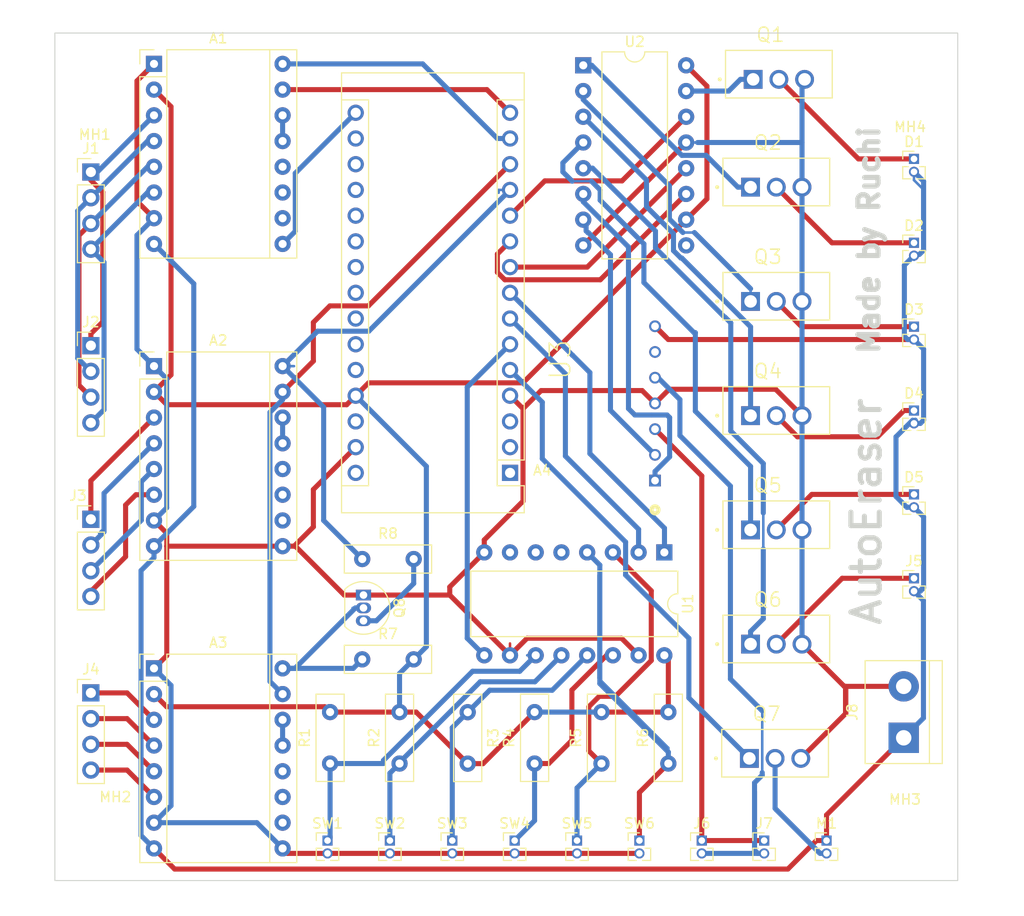
<source format=kicad_pcb>
(kicad_pcb (version 20211014) (generator pcbnew)
  (layers (0 "F.Cu" signal) (31 "B.Cu" signal) (34 "B.Paste" user) (35 "F.Paste" user) (36 "B.SilkS" user "B.Silkscreen") (37 "F.SilkS" user "F.Silkscreen") (38 "B.Mask" user) (39 "F.Mask" user) (44 "Edge.Cuts" user))
  (net 0 "")
  (net 1 "+24V")
  (net 2 "GND")
  (net 3 "VCC")
  (net 4 "Net-(A4-Pad8)")
  (net 5 "Net-(A4-Pad7)")
  (net 6 "Net-(A4-Pad6)")
  (net 7 "Net-(J5-Pad1)")
  (net 8 "Net-(A1-Pad3)")
  (net 9 "Net-(A1-Pad4)")
  (net 10 "Net-(A1-Pad5)")
  (net 11 "Net-(A1-Pad6)")
  (net 12 "Net-(A2-Pad3)")
  (net 13 "Net-(A2-Pad4)")
  (net 14 "Net-(A2-Pad5)")
  (net 15 "Net-(A2-Pad6)")
  (net 16 "Net-(A3-Pad13)")
  (net 17 "Net-(D1-Pad1)")
  (net 18 "Net-(D5-Pad1)")
  (net 19 "Net-(U2-Pad6)")
  (net 20 "Net-(U2-Pad7)")
  (net 22 "D5")
  (net 23 "D4")
  (net 24 "D3")
  (net 25 "D2")
  (net 26 "D1")
  (net 27 "D0")
  (net 28 "Net-(J5-Pad2)")
  (net 29 "Net-(A3-Pad16)")
  (net 30 "Net-(Q2-Pad1)")
  (net 31 "Net-(Q3-Pad1)")
  (net 32 "Net-(Q4-Pad1)")
  (net 33 "Net-(A2-Pad16)")
  (net 35 "Net-(Q8-Pad3)")
  (net 36 "Net-(Q5-Pad1)")
  (net 37 "Net-(Q6-Pad1)")
  (net 38 "Net-(Q1-Pad1)")
  (net 45 "Net-(A1-Pad13)")
  (net 46 "Net-(A4-Pad10)")
  (net 47 "Net-(A4-Pad9)")
  (net 48 "Net-(A3-Pad3)")
  (net 49 "Net-(A3-Pad4)")
  (net 50 "Net-(A3-Pad5)")
  (net 51 "Net-(A3-Pad6)")
  (net 55 "Net-(A4-Pad11)")
  (net 59 "Net-(A2-Pad13)")
  (net 63 "Net-(A4-Pad5)")
  (net 76 "Net-(D4-Pad1)")
  (net 77 "Net-(D3-Pad1)")
  (net 78 "Net-(D2-Pad1)")
  (net 79 "Net-(M1-Pad2)")
  (net 80 "Net-(A1-Pad9)")
  (net 81 "Net-(A1-Pad15)")
  (net 82 "Net-(A1-Pad16)")
  (net 83 "Net-(A2-Pad15)")
  (net 84 "Net-(J4-Pad1)")
  (footprint "2sk2232:TO254P1054X470X1955-3" (layer "F.Cu") (at 220.9735 37.8265)
    (fp_text reference "Q2")
    (fp_text value "Q_NMOS_GDS")
  )
  (footprint "Module:Pololu_Breakout-16_15.2x20.3mm" (layer "F.Cu") (at 159.522 55.499)
    (fp_text reference "A2")
    (fp_text value "Pololu_Breakout_A4988")
  )
  (footprint "MountingHole:MountingHole_3.2mm_M3" (layer "F.Cu") (at 153.797 26.924)
    (fp_text reference "MH1")
    (fp_text value "MountingHole_3.2mm_M3")
  )
  (footprint "Package_TO_SOT_THT:TO-92_Inline" (layer "F.Cu") (at 180.208 78.105 -90)
    (fp_text reference "Q8")
    (fp_text value "Q_NPN_ECB")
  )
  (footprint "Resistor_THT:R_Box_L8.4mm_W2.5mm_P5.08mm" (layer "F.Cu") (at 180.086 84.455)
    (fp_text reference "R7")
    (fp_text value "R")
  )
  (footprint "Resistor_THT:R_Box_L8.4mm_W2.5mm_P5.08mm" (layer "F.Cu") (at 190.5 89.672 -90)
    (fp_text reference "R3")
    (fp_text value "z")
  )
  (footprint "Connector_PinHeader_1.27mm:PinHeader_1x02_P1.27mm_Vertical" (layer "F.Cu") (at 234.569 35.037)
    (fp_text reference "D1")
    (fp_text value "LED")
  )
  (footprint "Resistor_THT:R_Box_L8.4mm_W2.5mm_P5.08mm" (layer "F.Cu") (at 180.086 74.549)
    (fp_text reference "R8")
    (fp_text value "R")
  )
  (footprint "Connector_PinHeader_1.27mm:PinHeader_1x02_P1.27mm_Vertical" (layer "F.Cu") (at 201.295 102.347)
    (fp_text reference "SW5")
    (fp_text value "SW_Push")
  )
  (footprint "Connector_PinHeader_1.27mm:PinHeader_1x02_P1.27mm_Vertical" (layer "F.Cu") (at 176.657 102.347)
    (fp_text reference "SW1")
    (fp_text value "SW_Push")
  )
  (footprint "Connector_PinHeader_2.54mm:PinHeader_1x04_P2.54mm_Vertical" (layer "F.Cu") (at 153.289 53.477)
    (fp_text reference "J2")
    (fp_text value "Conn_01x04")
  )
  (footprint "Resistor_THT:R_Box_L8.4mm_W2.5mm_P5.08mm" (layer "F.Cu") (at 176.911 94.742 90)
    (fp_text reference "R1")
    (fp_text value "z")
  )
  (footprint "Resistor_THT:R_Box_L8.4mm_W2.5mm_P5.08mm" (layer "F.Cu") (at 203.708 94.742 90)
    (fp_text reference "R5")
    (fp_text value "z")
  )
  (footprint "Package_DIP:DIP-16_W10.16mm" (layer "F.Cu") (at 209.916 73.894 -90)
    (fp_text reference "U1")
    (fp_text value "74HC165")
  )
  (footprint "2sk2232:TO254P1054X470X1955-3" (layer "F.Cu") (at 221.2275 27.18)
    (fp_text reference "Q1")
    (fp_text value "Q_NMOS_GDS")
  )
  (footprint "MountingHole:MountingHole_3.2mm_M3" (layer "F.Cu") (at 154.178 102.489)
    (fp_text reference "MH2")
    (fp_text value "MountingHole_3.2mm_M3")
  )
  (footprint "2sk2232:TO254P1054X470X1955-3" (layer "F.Cu") (at 220.9735 49.108)
    (fp_text reference "Q3")
    (fp_text value "Q_NMOS_GDS")
  )
  (footprint "Package_DIP:DIP-16_W10.16mm" (layer "F.Cu") (at 201.91 25.796)
    (fp_text reference "U2")
    (fp_text value "74HC595")
  )
  (footprint "Module:Pololu_Breakout-16_15.2x20.3mm" (layer "F.Cu") (at 159.522 25.654)
    (fp_text reference "A1")
    (fp_text value "Pololu_Breakout_A4988")
  )
  (footprint "Connector_PinHeader_1.27mm:PinHeader_1x02_P1.27mm_Vertical" (layer "F.Cu") (at 182.8165 102.347)
    (fp_text reference "SW2")
    (fp_text value "SW_Push")
  )
  (footprint "MountingHole:MountingHole_3.2mm_M3" (layer "F.Cu") (at 234.188 26.924)
    (fp_text reference "MH4")
    (fp_text value "MountingHole_3.2mm_M3")
  )
  (footprint "Connector_PinHeader_1.27mm:PinHeader_1x02_P1.27mm_Vertical" (layer "F.Cu") (at 234.569 76.449)
    (fp_text reference "J5")
    (fp_text value "Pump")
  )
  (footprint "Connector_PinHeader_1.27mm:PinHeader_1x02_P1.27mm_Vertical" (layer "F.Cu") (at 234.569 59.8842)
    (fp_text reference "D4")
    (fp_text value "LED")
  )
  (footprint "2sk2232:TO254P1054X470X1955-3" (layer "F.Cu") (at 220.9735 60.3895)
    (fp_text reference "Q4")
    (fp_text value "Q_NMOS_GDS")
  )
  (footprint "2sk2232:TO254P1054X470X1955-3" (layer "F.Cu") (at 220.9735 71.671)
    (fp_text reference "Q5")
    (fp_text value "Q_NMOS_GDS")
  )
  (footprint "Resistor_THT:R_Box_L8.4mm_W2.5mm_P5.08mm" (layer "F.Cu") (at 183.769 94.742 90)
    (fp_text reference "R2")
    (fp_text value "z")
  )
  (footprint "Connector_PinHeader_1.27mm:PinHeader_1x02_P1.27mm_Vertical" (layer "F.Cu") (at 234.569 68.1666)
    (fp_text reference "D5")
    (fp_text value "LED")
  )
  (footprint "Connector_PinHeader_2.54mm:PinHeader_1x04_P2.54mm_Vertical" (layer "F.Cu") (at 153.289 70.622)
    (fp_text reference "J3")
    (fp_text value "Conn_01x04")
  )
  (footprint "Connector_PinHeader_1.27mm:PinHeader_1x02_P1.27mm_Vertical" (layer "F.Cu") (at 219.7735 102.347)
    (fp_text reference "J7")
    (fp_text value "Actuator")
  )
  (footprint "Module:Pololu_Breakout-16_15.2x20.3mm" (layer "F.Cu") (at 159.522 85.344)
    (fp_text reference "A3")
    (fp_text value "Pololu_Breakout_A4988")
  )
  (footprint "2sk2232:TO254P1054X470X1955-3" (layer "F.Cu") (at 220.9735 82.9525)
    (fp_text reference "Q6")
    (fp_text value "Q_NMOS_GDS")
  )
  (footprint "TerminalBlock:TerminalBlock_bornier-2_P5.08mm" (layer "F.Cu") (at 233.553 92.202 90)
    (fp_text reference "J8")
    (fp_text value "Screw_Terminal_01x02")
  )
  (footprint "TB6643KQ:SIP1005W50P254L1965H1265Q7" (layer "F.Cu") (at 206.502 59.182 90)
    (fp_text reference "U3")
    (fp_text value "TB6643KQ")
  )
  (footprint "MountingHole:MountingHole_3.2mm_M3" (layer "F.Cu") (at 233.68 102.489)
    (fp_text reference "MH3")
    (fp_text value "MountingHole_3.2mm_M3")
  )
  (footprint "Connector_PinHeader_1.27mm:PinHeader_1x02_P1.27mm_Vertical" (layer "F.Cu") (at 213.614 102.347)
    (fp_text reference "J6")
    (fp_text value "Actuator")
  )
  (footprint "Resistor_THT:R_Box_L8.4mm_W2.5mm_P5.08mm" (layer "F.Cu") (at 197.104 94.742 90)
    (fp_text reference "R4")
    (fp_text value "z")
  )
  (footprint "Connector_PinHeader_1.27mm:PinHeader_1x02_P1.27mm_Vertical" (layer "F.Cu") (at 188.976 102.347)
    (fp_text reference "SW3")
    (fp_text value "SW_Push")
  )
  (footprint "Connector_PinHeader_1.27mm:PinHeader_1x02_P1.27mm_Vertical" (layer "F.Cu") (at 195.1355 102.347)
    (fp_text reference "SW4")
    (fp_text value "SW_Push")
  )
  (footprint "Module:Arduino_Nano" (layer "F.Cu") (at 194.681 66.04 180)
    (fp_text reference "A4")
    (fp_text value "Arduino_Nano_v2.x")
  )
  (footprint "Connector_PinHeader_2.54mm:PinHeader_1x04_P2.54mm_Vertical" (layer "F.Cu") (at 153.289 87.767)
    (fp_text reference "J4")
    (fp_text value "Conn_01x04")
  )
  (footprint "Connector_PinHeader_1.27mm:PinHeader_1x02_P1.27mm_Vertical" (layer "F.Cu") (at 225.933 102.347)
    (fp_text reference "M1")
    (fp_text value "Fan")
  )
  (footprint "Connector_PinHeader_2.54mm:PinHeader_1x04_P2.54mm_Vertical" (layer "F.Cu") (at 153.289 36.332)
    (fp_text reference "J1")
    (fp_text value "Conn_01x04")
  )
  (footprint "Connector_PinHeader_1.27mm:PinHeader_1x02_P1.27mm_Vertical" (layer "F.Cu") (at 234.569 43.3194)
    (fp_text reference "D2")
    (fp_text value "LED")
  )
  (footprint "Resistor_THT:R_Box_L8.4mm_W2.5mm_P5.08mm" (layer "F.Cu") (at 210.312 94.742 90)
    (fp_text reference "R6")
    (fp_text value "z")
  )
  (footprint "2sk2232:TO254P1054X470X1955-3" (layer "F.Cu") (at 220.853 94.234)
    (fp_text reference "Q7")
    (fp_text value "Q_NMOS_GDS")
  )
  (footprint "Connector_PinHeader_1.27mm:PinHeader_1x02_P1.27mm_Vertical" (layer "F.Cu") (at 234.569 51.6018)
    (fp_text reference "D3")
    (fp_text value "LED")
  )
  (footprint "Connector_PinHeader_1.27mm:PinHeader_1x02_P1.27mm_Vertical" (layer "F.Cu") (at 207.4545 102.347)
    (fp_text reference "SW6")
    (fp_text value "SW_Push")
  )
  (gr_rect (start 238.887 106.299) (end 149.733 22.606) (layer "Edge.Cuts") (width 0.1) (fill none))
  (gr_text "AutoEraser" (at 229.87 69.85 90) (layer "Edge.Cuts") (effects (font (size 2.8 2.8) (thickness 0.5))))
  (gr_text "Made by Ruchi" (at 230.124 43.053 90) (layer "Edge.Cuts") (effects (font (size 2 2) (thickness 0.5))))
  (segment (start 210.3068 52.8718) (end 209.4005 51.9655) (width 0.5) (layer "F.Cu") (net 1))
  (segment (start 209.4005 51.9655) (end 210.099 52.664) (width 0.5) (layer "F.Cu") (net 1))
  (segment (start 224.932 102.347) (end 225.933 102.347) (width 0.5) (layer "F.Cu") (net 1))
  (segment (start 225.933 102.347) (end 225.933 99.822) (width 0.5) (layer "F.Cu") (net 1))
  (segment (start 161.560022 105.162022) (end 159.522 103.124) (width 0.5) (layer "F.Cu") (net 1))
  (segment (start 225.933 99.822) (end 233.553 92.202) (width 0.5) (layer "F.Cu") (net 1))
  (segment (start 222.116978 105.162022) (end 224.932 102.347) (width 0.5) (layer "F.Cu") (net 1))
  (segment (start 210.099 52.664) (end 210.3068 52.8718) (width 0.25) (layer "F.Cu") (net 1))
  (segment (start 208.997 51.562) (end 209.4005 51.9655) (width 0.5) (layer "F.Cu") (net 1))
  (segment (start 222.116978 105.162022) (end 161.560022 105.162022) (width 0.5) (layer "F.Cu") (net 1))
  (segment (start 234.569 52.8718) (end 210.3068 52.8718) (width 0.5) (layer "F.Cu") (net 1))
  (segment (start 159.522 73.279) (end 163.449 69.352) (width 0.5) (layer "B.Cu") (net 1))
  (segment (start 234.569 77.719) (end 235.199 77.719) (width 0.5) (layer "B.Cu") (net 1))
  (segment (start 235.519 37.257) (end 235.519 44.052) (width 0.5) (layer "B.Cu") (net 1))
  (segment (start 158.3967 75.5296) (end 159.522 74.4043) (width 0.25) (layer "B.Cu") (net 1))
  (segment (start 233.619 45.5394) (end 233.619 52.5518) (width 0.5) (layer "B.Cu") (net 1))
  (segment (start 235.3943 37.9576) (end 234.569 37.1323) (width 0.25) (layer "B.Cu") (net 1))
  (segment (start 234.569 77.719) (end 234.569 78.0998) (width 0.25) (layer "B.Cu") (net 1))
  (segment (start 235.519 44.052) (end 235.099 44.472) (width 0.5) (layer "B.Cu") (net 1))
  (segment (start 235.503 90.252) (end 233.553 92.202) (width 0.5) (layer "B.Cu") (net 1))
  (segment (start 234.569 44.5894) (end 234.569 45.002) (width 0.25) (layer "B.Cu") (net 1))
  (segment (start 234.569 77.719) (end 235.503 78.653) (width 0.5) (layer "B.Cu") (net 1))
  (segment (start 234.569 36.307) (end 234.569 37.1323) (width 0.25) (layer "B.Cu") (net 1))
  (segment (start 235.519 60.8342) (end 235.519 53.8218) (width 0.5) (layer "B.Cu") (net 1))
  (segment (start 234.569 61.1542) (end 235.199 61.1542) (width 0.5) (layer "B.Cu") (net 1))
  (segment (start 234.569 69.4366) (end 233.861894 69.4366) (width 0.5) (layer "B.Cu") (net 1))
  (segment (start 233.619 52.5518) (end 233.939 52.8718) (width 0.5) (layer "B.Cu") (net 1))
  (segment (start 235.519 70.3866) (end 234.569 69.4366) (width 0.5) (layer "B.Cu") (net 1))
  (segment (start 159.522 74.41037) (end 158.242 75.69037) (width 0.5) (layer "B.Cu") (net 1))
  (segment (start 234.569 45.002) (end 235.3943 44.1767) (width 0.25) (layer "B.Cu") (net 1))
  (segment (start 235.199 61.1542) (end 235.519 60.8342) (width 0.5) (layer "B.Cu") (net 1))
  (segment (start 232.791 62.484) (end 234.4408 60.8342) (width 0.5) (layer "B.Cu") (net 1))
  (segment (start 234.569 36.307) (end 235.519 37.257) (width 0.5) (layer "B.Cu") (net 1))
  (segment (start 235.199 77.719) (end 235.519 77.399) (width 0.5) (layer "B.Cu") (net 1))
  (segment (start 159.522 73.279) (end 159.522 74.41037) (width 0.5) (layer "B.Cu") (net 1))
  (segment (start 158.242 101.844) (end 159.522 103.124) (width 0.5) (layer "B.Cu") (net 1))
  (segment (start 235.503 78.653) (end 235.503 90.252) (width 0.5) (layer "B.Cu") (net 1))
  (segment (start 163.449 47.361) (end 159.522 43.434) (width 0.5) (layer "B.Cu") (net 1))
  (segment (start 233.939 52.8718) (end 234.569 52.8718) (width 0.5) (layer "B.Cu") (net 1))
  (segment (start 235.3943 44.1767) (end 235.3943 37.9576) (width 0.25) (layer "B.Cu") (net 1))
  (segment (start 235.519 77.399) (end 235.519 70.3866) (width 0.5) (layer "B.Cu") (net 1))
  (segment (start 235.519 53.8218) (end 234.569 52.8718) (width 0.5) (layer "B.Cu") (net 1))
  (segment (start 235.3943 88.5354) (end 235.3943 79.3696) (width 0.25) (layer "B.Cu") (net 1))
  (segment (start 163.449 69.352) (end 163.449 47.361) (width 0.5) (layer "B.Cu") (net 1))
  (segment (start 159.522 73.279) (end 159.522 74.4043) (width 0.25) (layer "B.Cu") (net 1))
  (segment (start 233.861894 69.4366) (end 232.791 68.365706) (width 0.5) (layer "B.Cu") (net 1))
  (segment (start 234.696 60.8342) (end 234.696 61.0272) (width 0.5) (layer "B.Cu") (net 1))
  (segment (start 235.3943 77.2745) (end 234.569 78.0998) (width 0.25) (layer "B.Cu") (net 1))
  (segment (start 234.569 44.5894) (end 233.619 45.5394) (width 0.5) (layer "B.Cu") (net 1))
  (segment (start 232.791 68.365706) (end 232.791 62.484) (width 0.5) (layer "B.Cu") (net 1))
  (segment (start 158.242 75.69037) (end 158.242 101.844) (width 0.5) (layer "B.Cu") (net 1))
  (segment (start 159.522 70.739) (end 160.782 71.999) (width 0.5) (layer "F.Cu") (net 2))
  (segment (start 192.136 73.894) (end 192.136 72.659) (width 0.5) (layer "F.Cu") (net 2))
  (segment (start 233.553 87.122) (end 227.838 87.122) (width 0.25) (layer "F.Cu") (net 2))
  (segment (start 227.838 87.122) (end 227.683 87.122) (width 0.25) (layer "F.Cu") (net 2))
  (segment (start 195.1355 103.617) (end 201.295 103.617) (width 0.25) (layer "F.Cu") (net 2))
  (segment (start 172.222 73.279) (end 173.482 73.279) (width 0.5) (layer "F.Cu") (net 2))
  (segment (start 188.976 103.617) (end 195.1355 103.617) (width 0.25) (layer "F.Cu") (net 2))
  (segment (start 223.393 94.234) (end 227.838 89.789) (width 0.5) (layer "F.Cu") (net 2))
  (segment (start 173.2347 73.279) (end 173.3473 73.279) (width 0.25) (layer "F.Cu") (net 2))
  (segment (start 159.522 25.654) (end 157.839846 27.336154) (width 0.5) (layer "F.Cu") (net 2))
  (segment (start 172.222 103.124) (end 172.715 103.617) (width 0.5) (layer "F.Cu") (net 2))
  (segment (start 210.394 57.785) (end 208.997 59.182) (width 0.5) (layer "F.Cu") (net 2))
  (segment (start 188.727 78.105) (end 194.676 84.054) (width 0.5) (layer "F.Cu") (net 2))
  (segment (start 209.0449 59.1341) (end 208.997 59.182) (width 0.25) (layer "F.Cu") (net 2))
  (segment (start 195.961 59.7) (end 194.681 58.42) (width 0.5) (layer "F.Cu") (net 2))
  (segment (start 173.3473 73.279) (end 178.1733 78.105) (width 0.25) (layer "F.Cu") (net 2))
  (segment (start 196.358154 82.371846) (end 194.676 84.054) (width 0.5) (layer "F.Cu") (net 2))
  (segment (start 227.683 89.944) (end 223.393 94.234) (width 0.25) (layer "F.Cu") (net 2))
  (segment (start 172.222 73.279) (end 173.2347 73.279) (width 0.25) (layer "F.Cu") (net 2))
  (segment (start 188.727 77.303) (end 192.136 73.894) (width 0.5) (layer "F.Cu") (net 2))
  (segment (start 182.8165 103.617) (end 176.657 103.617) (width 0.25) (layer "F.Cu") (net 2))
  (segment (start 175.26 67.681) (end 179.441 63.5) (width 0.5) (layer "F.Cu") (net 2))
  (segment (start 227.683 87.122) (end 223.5135 82.9525) (width 0.5) (layer "F.Cu") (net 2))
  (segment (start 159.522 85.344) (end 160.782 84.084) (width 0.5) (layer "F.Cu") (net 2))
  (segment (start 188.976 103.617) (end 182.8165 103.617) (width 0.25) (layer "F.Cu") (net 2))
  (segment (start 192.136 73.894) (end 192.136 72.7687) (width 0.25) (layer "F.Cu") (net 2))
  (segment (start 160.782 73.279) (end 160.6473 73.279) (width 0.25) (layer "F.Cu") (net 2))
  (segment (start 207.376 84.054) (end 205.693846 82.371846) (width 0.5) (layer "F.Cu") (net 2))
  (segment (start 227.838 89.789) (end 227.838 87.122) (width 0.5) (layer "F.Cu") (net 2))
  (segment (start 160.782 84.084) (end 160.782 73.279) (width 0.5) (layer "F.Cu") (net 2))
  (segment (start 180.208 78.105) (end 178.308 78.105) (width 0.5) (layer "F.Cu") (net 2))
  (segment (start 160.782 71.999) (end 160.782 73.279) (width 0.5) (layer "F.Cu") (net 2))
  (segment (start 192.136 72.7687) (end 195.8063 69.0984) (width 0.25) (layer "F.Cu") (net 2))
  (segment (start 195.961 59.7) (end 197.749 57.912) (width 0.5) (layer "F.Cu") (net 2))
  (segment (start 223.5135 60.3895) (end 220.909 57.785) (width 0.5) (layer "F.Cu") (net 2))
  (segment (start 205.693846 82.371846) (end 196.358154 82.371846) (width 0.5) (layer "F.Cu") (net 2))
  (segment (start 157.839846 27.336154) (end 157.839846 39.211846) (width 0.5) (layer "F.Cu") (net 2))
  (segment (start 157.839846 39.211846) (end 159.522 40.894) (width 0.5) (layer "F.Cu") (net 2))
  (segment (start 197.749 57.912) (end 207.727 57.912) (width 0.5) (layer "F.Cu") (net 2))
  (segment (start 223.5135 60.3895) (end 222.2581 59.1341) (width 0.25) (layer "F.Cu") (net 2))
  (segment (start 172.715 103.617) (end 176.657 103.617) (width 0.5) (layer "F.Cu") (net 2))
  (segment (start 188.727 78.105) (end 188.727 77.303) (width 0.5) (layer "F.Cu") (net 2))
  (segment (start 194.676 82.8871) (end 194.676 84.054) (width 0.25) (layer "F.Cu") (net 2))
  (segment (start 192.136 72.659) (end 195.961 68.834) (width 0.5) (layer "F.Cu") (net 2))
  (segment (start 180.208 78.105) (end 188.727 78.105) (width 0.5) (layer "F.Cu") (net 2))
  (segment (start 220.909 57.785) (end 210.394 57.785) (width 0.5) (layer "F.Cu") (net 2))
  (segment (start 207.4545 103.617) (end 201.295 103.617) (width 0.25) (layer "F.Cu") (net 2))
  (segment (start 195.961 68.834) (end 195.961 59.7) (width 0.5) (layer "F.Cu") (net 2))
  (segment (start 173.355 73.279) (end 175.26 71.374) (width 0.5) (layer "F.Cu") (net 2))
  (segment (start 227.683 87.122) (end 227.683 89.944) (width 0.25) (layer "F.Cu") (net 2))
  (segment (start 176.657 103.617) (end 207.4545 103.617) (width 0.5) (layer "F.Cu") (net 2))
  (segment (start 178.1733 78.105) (end 178.308 78.105) (width 0.25) (layer "F.Cu") (net 2))
  (segment (start 201.91 43.576) (end 212.07 33.416) (width 0.5) (layer "F.Cu") (net 2))
  (segment (start 173.482 73.279) (end 178.308 78.105) (width 0.5) (layer "F.Cu") (net 2))
  (segment (start 233.553 87.122) (end 227.683 87.122) (width 0.5) (layer "F.Cu") (net 2))
  (segment (start 160.782 73.279) (end 172.222 73.279) (width 0.5) (layer "F.Cu") (net 2))
  (segment (start 207.727 57.912) (end 208.997 59.182) (width 0.5) (layer "F.Cu") (net 2))
  (segment (start 175.26 71.374) (end 175.26 67.681) (width 0.5) (layer "F.Cu") (net 2))
  (segment (start 159.522 55.499) (end 160.772 56.749) (width 0.5) (layer "B.Cu") (net 2))
  (segment (start 223.5135 82.9525) (end 223.5135 71.671) (width 0.5) (layer "B.Cu") (net 2))
  (segment (start 160.772 69.489) (end 159.522 70.739) (width 0.5) (layer "B.Cu") (net 2))
  (segment (start 157.839846 53.816846) (end 159.522 55.499) (width 0.5) (layer "B.Cu") (net 2))
  (segment (start 223.5135 33.416) (end 223.5135 37.8265) (width 0.5) (layer "B.Cu") (net 2))
  (segment (start 223.5135 49.108) (end 223.5135 37.8265) (width 0.5) (layer "B.Cu") (net 2))
  (segment (start 159.522 85.344) (end 161.204154 87.026154) (width 0.5) (layer "B.Cu") (net 2))
  (segment (start 223.5135 27.434) (end 223.5135 33.416) (width 0.5) (layer "B.Cu") (net 2))
  (segment (start 161.204154 87.026154) (end 161.204154 98.901846) (width 0.5) (layer "B.Cu") (net 2))
  (segment (start 159.522 40.894) (end 157.839846 42.576154) (width 0.5) (layer "B.Cu") (net 2))
  (segment (start 223.7675 27.18) (end 223.5135 27.434) (width 0.25) (layer "B.Cu") (net 2))
  (segment (start 212.07 33.416) (end 213.1953 33.416) (width 0.25) (layer "B.Cu") (net 2))
  (segment (start 161.204154 98.901846) (end 159.522 100.584) (width 0.5) (layer "B.Cu") (net 2))
  (segment (start 160.772 56.749) (end 160.772 69.489) (width 0.5) (layer "B.Cu") (net 2))
  (segment (start 223.5135 60.3895) (end 223.5135 49.108) (width 0.5) (layer "B.Cu") (net 2))
  (segment (start 157.839846 42.576154) (end 157.839846 53.816846) (width 0.5) (layer "B.Cu") (net 2))
  (segment (start 223.5135 71.671) (end 223.5135 60.3895) (width 0.5) (layer "B.Cu") (net 2))
  (segment (start 159.522 100.584) (end 169.682 100.584) (width 0.5) (layer "B.Cu") (net 2))
  (segment (start 169.682 100.584) (end 172.222 103.124) (width 0.5) (layer "B.Cu") (net 2))
  (segment (start 223.5135 33.416) (end 213.1953 33.416) (width 0.5) (layer "B.Cu") (net 2))
  (segment (start 192.014 94.752) (end 197.104 89.662) (width 0.5) (layer "F.Cu") (net 3))
  (segment (start 203.708 89.662) (end 204.104 89.266) (width 0.25) (layer "F.Cu") (net 3))
  (segment (start 160.772 89.134) (end 176.383 89.134) (width 0.5) (layer "F.Cu") (net 3))
  (segment (start 161.204154 56.356846) (end 161.204154 29.876154) (width 0.5) (layer "F.Cu") (net 3))
  (segment (start 159.522 58.039) (end 160.792 59.309) (width 0.5) (layer "F.Cu") (net 3))
  (segment (start 159.522 58.039) (end 161.204154 56.356846) (width 0.5) (layer "F.Cu") (net 3))
  (segment (start 180.711 57.15) (end 195.956 57.15) (width 0.5) (layer "F.Cu") (net 3))
  (segment (start 203.708 89.662) (end 210.312 89.662) (width 0.5) (layer "F.Cu") (net 3))
  (segment (start 212.07 25.796) (end 214.122 27.848) (width 0.5) (layer "F.Cu") (net 3))
  (segment (start 176.911 89.662) (end 183.769 89.662) (width 0.5) (layer "F.Cu") (net 3))
  (segment (start 160.792 59.309) (end 178.552 59.309) (width 0.5) (layer "F.Cu") (net 3))
  (segment (start 159.522 87.884) (end 160.772 89.134) (width 0.5) (layer "F.Cu") (net 3))
  (segment (start 214.122 38.984) (end 212.07 41.036) (width 0.5) (layer "F.Cu") (net 3))
  (segment (start 214.122 27.848) (end 214.122 38.984) (width 0.5) (layer "F.Cu") (net 3))
  (segment (start 210.312 89.662) (end 210.312 84.45) (width 0.5) (layer "F.Cu") (net 3))
  (segment (start 210.312 84.45) (end 209.916 84.054) (width 0.5) (layer "F.Cu") (net 3))
  (segment (start 190.5 94.752) (end 192.014 94.752) (width 0.5) (layer "F.Cu") (net 3))
  (segment (start 195.956 57.15) (end 212.07 41.036) (width 0.5) (layer "F.Cu") (net 3))
  (segment (start 183.769 89.662) (end 185.41 89.662) (width 0.5) (layer "F.Cu") (net 3))
  (segment (start 161.204154 29.876154) (end 159.522 28.194) (width 0.5) (layer "F.Cu") (net 3))
  (segment (start 185.41 89.662) (end 190.5 94.752) (width 0.5) (layer "F.Cu") (net 3))
  (segment (start 210.312 89.662) (end 209.916 89.266) (width 0.25) (layer "F.Cu") (net 3))
  (segment (start 179.441 58.42) (end 180.711 57.15) (width 0.5) (layer "F.Cu") (net 3))
  (segment (start 178.552 59.309) (end 179.441 58.42) (width 0.5) (layer "F.Cu") (net 3))
  (segment (start 176.383 89.134) (end 176.911 89.662) (width 0.5) (layer "F.Cu") (net 3))
  (segment (start 183.769 85.852) (end 185.166 84.455) (width 0.5) (layer "B.Cu") (net 3))
  (segment (start 197.104 89.662) (end 203.708 89.662) (width 0.5) (layer "B.Cu") (net 3))
  (segment (start 186.416 83.205) (end 186.416 65.395) (width 0.5) (layer "B.Cu") (net 3))
  (segment (start 186.416 65.395) (end 179.441 58.42) (width 0.5) (layer "B.Cu") (net 3))
  (segment (start 183.769 89.662) (end 183.769 85.852) (width 0.5) (layer "B.Cu") (net 3))
  (segment (start 185.166 84.455) (end 186.416 83.205) (width 0.5) (layer "B.Cu") (net 3))
  (segment (start 202.565 56.134) (end 202.565 64.135) (width 0.5) (layer "B.Cu") (net 4))
  (segment (start 194.681 48.26) (end 200.847 54.426) (width 0.5) (layer "B.Cu") (net 4))
  (segment (start 200.847 54.426) (end 200.857 54.426) (width 0.5) (layer "B.Cu") (net 4))
  (segment (start 202.565 64.135) (end 209.931 71.501) (width 0.5) (layer "B.Cu") (net 4))
  (segment (start 200.857 54.426) (end 202.565 56.134) (width 0.5) (layer "B.Cu") (net 4))
  (segment (start 209.931 73.879) (end 209.916 73.894) (width 0.5) (layer "B.Cu") (net 4))
  (segment (start 209.931 71.501) (end 209.931 73.879) (width 0.5) (layer "B.Cu") (net 4))
  (segment (start 207.376 71.613) (end 200.147 64.384) (width 0.5) (layer "B.Cu") (net 5))
  (segment (start 194.681 50.8) (end 200.147 56.266) (width 0.5) (layer "B.Cu") (net 5))
  (segment (start 200.147 64.384) (end 200.147 56.266) (width 0.5) (layer "B.Cu") (net 5))
  (segment (start 207.264 71.628) (end 207.264 73.782) (width 0.25) (layer "B.Cu") (net 5))
  (segment (start 207.264 73.782) (end 207.376 73.894) (width 0.25) (layer "B.Cu") (net 5))
  (segment (start 200.533 64.897) (end 207.264 71.628) (width 0.25) (layer "B.Cu") (net 5))
  (segment (start 207.376 73.894) (end 207.376 71.613) (width 0.5) (layer "B.Cu") (net 5))
  (segment (start 194.681 53.34) (end 190.453846 57.567154) (width 0.5) (layer "B.Cu") (net 6))
  (segment (start 190.453846 82.371846) (end 192.136 84.054) (width 0.5) (layer "B.Cu") (net 6))
  (segment (start 190.453846 57.567154) (end 190.453846 82.371846) (width 0.5) (layer "B.Cu") (net 6))
  (segment (start 213.614 102.347) (end 213.614 66.339) (width 0.5) (layer "F.Cu") (net 7))
  (segment (start 213.614 66.339) (end 208.997 61.722) (width 0.5) (layer "F.Cu") (net 7))
  (segment (start 213.614 102.347) (end 219.7735 102.347) (width 0.5) (layer "F.Cu") (net 7))
  (segment (start 153.289 53.477) (end 153.289 52.3017) (width 0.5) (layer "F.Cu") (net 8))
  (segment (start 153.289 36.332) (end 153.289 37.14) (width 0.5) (layer "F.Cu") (net 8))
  (segment (start 153.289 37.14) (end 154.4643 38.3153) (width 0.5) (layer "F.Cu") (net 8))
  (segment (start 153.289 52.3017) (end 154.4643 51.1264) (width 0.5) (layer "F.Cu") (net 8))
  (segment (start 154.4643 38.3153) (end 154.4643 51.1264) (width 0.5) (layer "F.Cu") (net 8))
  (segment (start 153.289 36.332) (end 153.924 36.332) (width 0.5) (layer "B.Cu") (net 8))
  (segment (start 153.924 36.332) (end 159.522 30.734) (width 0.5) (layer "B.Cu") (net 8))
  (segment (start 153.289 38.872) (end 158.887 33.274) (width 0.5) (layer "B.Cu") (net 9))
  (segment (start 151.989 54.717) (end 153.289 56.017) (width 0.5) (layer "B.Cu") (net 9))
  (segment (start 153.289 38.872) (end 151.989 40.172) (width 0.5) (layer "B.Cu") (net 9))
  (segment (start 151.989 40.172) (end 151.989 54.717) (width 0.5) (layer "B.Cu") (net 9))
  (segment (start 158.887 33.274) (end 159.522 33.274) (width 0.5) (layer "B.Cu") (net 9))
  (segment (start 152.1137 57.3817) (end 153.289 58.557) (width 0.5) (layer "F.Cu") (net 10))
  (segment (start 152.1137 42.5873) (end 152.1137 57.3817) (width 0.5) (layer "F.Cu") (net 10))
  (segment (start 153.289 41.412) (end 152.1137 42.5873) (width 0.5) (layer "F.Cu") (net 10))
  (segment (start 158.887 35.814) (end 159.522 35.814) (width 0.5) (layer "B.Cu") (net 10))
  (segment (start 153.289 41.412) (end 158.887 35.814) (width 0.5) (layer "B.Cu") (net 10))
  (segment (start 153.289 43.952) (end 158.887 38.354) (width 0.5) (layer "B.Cu") (net 11))
  (segment (start 154.589 59.797) (end 153.289 61.097) (width 0.5) (layer "B.Cu") (net 11))
  (segment (start 154.589 45.252) (end 154.589 59.797) (width 0.5) (layer "B.Cu") (net 11))
  (segment (start 153.289 43.952) (end 154.589 45.252) (width 0.5) (layer "B.Cu") (net 11))
  (segment (start 158.887 38.354) (end 159.522 38.354) (width 0.5) (layer "B.Cu") (net 11))
  (segment (start 153.289 66.812) (end 159.522 60.579) (width 0.5) (layer "F.Cu") (net 12))
  (segment (start 153.289 70.622) (end 153.289 66.812) (width 0.5) (layer "F.Cu") (net 12))
  (segment (start 154.589 71.862) (end 154.589 68.052) (width 0.5) (layer "B.Cu") (net 13))
  (segment (start 154.4643 71.6195) (end 154.4643 69.0207) (width 0.25) (layer "B.Cu") (net 13))
  (segment (start 153.289 73.162) (end 154.589 71.862) (width 0.5) (layer "B.Cu") (net 13))
  (segment (start 154.0971 71.9867) (end 154.4643 71.6195) (width 0.25) (layer "B.Cu") (net 13))
  (segment (start 154.589 68.052) (end 159.522 63.119) (width 0.5) (layer "B.Cu") (net 13))
  (segment (start 153.289 75.702) (end 158.272 70.719) (width 0.5) (layer "B.Cu") (net 14))
  (segment (start 158.272 66.909) (end 159.522 65.659) (width 0.5) (layer "B.Cu") (net 14))
  (segment (start 158.272 70.719) (end 158.272 66.909) (width 0.5) (layer "B.Cu") (net 14))
  (segment (start 153.289 78.242) (end 153.289 77.744233) (width 0.5) (layer "F.Cu") (net 15))
  (segment (start 153.289 77.744233) (end 156.718 74.315233) (width 0.5) (layer "F.Cu") (net 15))
  (segment (start 156.718 74.315233) (end 156.718 69.215) (width 0.5) (layer "F.Cu") (net 15))
  (segment (start 157.734 68.199) (end 159.522 68.199) (width 0.5) (layer "F.Cu") (net 15))
  (segment (start 156.718 69.215) (end 157.734 68.199) (width 0.5) (layer "F.Cu") (net 15))
  (segment (start 172.222 92.964) (end 172.222 90.424) (width 0.5) (layer "B.Cu") (net 16))
  (segment (start 234.569 35.037) (end 229.0845 35.037) (width 0.5) (layer "F.Cu") (net 17))
  (segment (start 229.0845 35.037) (end 221.2275 27.18) (width 0.5) (layer "F.Cu") (net 17))
  (segment (start 224.4779 68.1666) (end 234.569 68.1666) (width 0.5) (layer "F.Cu") (net 18))
  (segment (start 220.9735 71.671) (end 224.4779 68.1666) (width 0.5) (layer "F.Cu") (net 18))
  (segment (start 208.661 60.325) (end 210.185 60.325) (width 0.5) (layer "B.Cu") (net 19))
  (segment (start 201.91 38.496) (end 201.91 39.268233) (width 0.5) (layer "B.Cu") (net 19))
  (segment (start 206.375 59.69) (end 207.01 60.325) (width 0.5) (layer "B.Cu") (net 19))
  (segment (start 208.997 65.8967) (end 208.997 66.802) (width 0.5) (layer "B.Cu") (net 19))
  (segment (start 206.375 43.733233) (end 206.375 59.69) (width 0.5) (layer "B.Cu") (net 19))
  (segment (start 207.01 60.325) (end 208.68336 60.325) (width 0.5) (layer "B.Cu") (net 19))
  (segment (start 210.439 60.579) (end 210.439 64.4547) (width 0.5) (layer "B.Cu") (net 19))
  (segment (start 210.185 60.325) (end 210.439 60.579) (width 0.5) (layer "B.Cu") (net 19))
  (segment (start 201.91 39.268233) (end 206.375 43.733233) (width 0.5) (layer "B.Cu") (net 19))
  (segment (start 210.439 64.4547) (end 208.997 65.8967) (width 0.5) (layer "B.Cu") (net 19))
  (segment (start 202.1913 41.3173) (end 202.1913 42.1613) (width 0.5) (layer "B.Cu") (net 20))
  (segment (start 201.91 41.036) (end 202.1913 41.3173) (width 0.5) (layer "B.Cu") (net 20))
  (segment (start 202.427767 42.326) (end 204.597 44.495233) (width 0.5) (layer "B.Cu") (net 20))
  (segment (start 204.597 44.495233) (end 204.597 59.862) (width 0.5) (layer "B.Cu") (net 20))
  (segment (start 204.597 59.862) (end 208.997 64.262) (width 0.5) (layer "B.Cu") (net 20))
  (segment (start 202.356 42.326) (end 202.427767 42.326) (width 0.5) (layer "B.Cu") (net 20))
  (segment (start 207.4545 102.347) (end 207.4545 97.5995) (width 0.5) (layer "F.Cu") (net 22))
  (segment (start 207.4545 97.5995) (end 210.312 94.742) (width 0.5) (layer "F.Cu") (net 22))
  (segment (start 203.546 86.84463) (end 203.546 75.144) (width 0.5) (layer "B.Cu") (net 22))
  (segment (start 210.312 94.742) (end 210.312 93.1958) (width 0.25) (layer "B.Cu") (net 22))
  (segment (start 210.312 94.742) (end 210.312 93.61063) (width 0.5) (layer "B.Cu") (net 22))
  (segment (start 210.312 93.61063) (end 203.546 86.84463) (width 0.5) (layer "B.Cu") (net 22))
  (segment (start 203.4213 86.3051) (end 203.4213 76.1446) (width 0.25) (layer "B.Cu") (net 22))
  (segment (start 210.312 93.1958) (end 203.4213 86.3051) (width 0.25) (layer "B.Cu") (net 22))
  (segment (start 203.546 75.144) (end 202.296 73.894) (width 0.5) (layer "B.Cu") (net 22))
  (segment (start 202.458 89.134) (end 203.4845 88.1075) (width 0.5) (layer "F.Cu") (net 23))
  (segment (start 205.090267 88.1075) (end 208.626 84.571767) (width 0.5) (layer "F.Cu") (net 23))
  (segment (start 203.708 94.742) (end 202.458 93.492) (width 0.5) (layer "F.Cu") (net 23))
  (segment (start 202.458 93.492) (end 202.458 89.134) (width 0.5) (layer "F.Cu") (net 23))
  (segment (start 203.4845 88.1075) (end 205.090267 88.1075) (width 0.5) (layer "F.Cu") (net 23))
  (segment (start 208.626 84.571767) (end 208.626 77.684) (width 0.5) (layer "F.Cu") (net 23))
  (segment (start 208.626 77.684) (end 204.836 73.894) (width 0.5) (layer "F.Cu") (net 23))
  (segment (start 201.295 102.347) (end 201.295 97.155) (width 0.5) (layer "B.Cu") (net 23))
  (segment (start 201.295 97.155) (end 203.708 94.742) (width 0.5) (layer "B.Cu") (net 23))
  (segment (start 200.787 92.456) (end 200.787 87.4855) (width 0.5) (layer "F.Cu") (net 24))
  (segment (start 204.2185 84.054) (end 204.836 84.054) (width 0.5) (layer "F.Cu") (net 24))
  (segment (start 200.787 87.4855) (end 204.2185 84.054) (width 0.5) (layer "F.Cu") (net 24))
  (segment (start 197.104 94.742) (end 198.501 94.742) (width 0.5) (layer "F.Cu") (net 24))
  (segment (start 198.501 94.742) (end 200.787 92.456) (width 0.5) (layer "F.Cu") (net 24))
  (segment (start 197.104 100.3785) (end 195.1355 102.347) (width 0.5) (layer "B.Cu") (net 24))
  (segment (start 197.104 94.742) (end 197.104 100.3785) (width 0.5) (layer "B.Cu") (net 24))
  (segment (start 190.5 89.672) (end 192.669 87.503) (width 0.5) (layer "B.Cu") (net 25))
  (segment (start 188.976 91.196) (end 190.5 89.672) (width 0.5) (layer "B.Cu") (net 25))
  (segment (start 198.847 87.503) (end 202.296 84.054) (width 0.5) (layer "B.Cu") (net 25))
  (segment (start 188.976 102.347) (end 188.976 91.196) (width 0.5) (layer "B.Cu") (net 25))
  (segment (start 192.669 87.503) (end 198.847 87.503) (width 0.5) (layer "B.Cu") (net 25))
  (segment (start 183.769 94.742) (end 183.769 94.635233) (width 0.5) (layer "B.Cu") (net 26))
  (segment (start 197.1423 86.6677) (end 199.756 84.054) (width 0.5) (layer "B.Cu") (net 26))
  (segment (start 182.8165 102.347) (end 182.8165 95.6945) (width 0.5) (layer "B.Cu") (net 26))
  (segment (start 182.8165 95.6945) (end 183.769 94.742) (width 0.5) (layer "B.Cu") (net 26))
  (segment (start 191.736533 86.6677) (end 197.1423 86.6677) (width 0.5) (layer "B.Cu") (net 26))
  (segment (start 183.769 94.635233) (end 191.736533 86.6677) (width 0.5) (layer "B.Cu") (net 26))
  (segment (start 182.1775 94.565733) (end 182.1775 94.433617) (width 0.5) (layer "B.Cu") (net 27))
  (segment (start 190.979423 85.631694) (end 195.638306 85.631694) (width 0.5) (layer "B.Cu") (net 27))
  (segment (start 182.1775 94.433617) (end 190.979423 85.631694) (width 0.5) (layer "B.Cu") (net 27))
  (segment (start 176.911 102.093) (end 176.657 102.347) (width 0.5) (layer "B.Cu") (net 27))
  (segment (start 197.216 84.054) (end 196.3721 84.054) (width 0.25) (layer "B.Cu") (net 27))
  (segment (start 195.638306 85.631694) (end 197.216 84.054) (width 0.5) (layer "B.Cu") (net 27))
  (segment (start 176.911 94.742) (end 176.911 102.093) (width 0.5) (layer "B.Cu") (net 27))
  (segment (start 176.911 94.742) (end 182.1775 94.742) (width 0.5) (layer "B.Cu") (net 27))
  (segment (start 218.8235 103.297) (end 218.8235 96.6445) (width 0.5) (layer "B.Cu") (net 28))
  (segment (start 218.9482 97.5) (end 218.9482 103.617) (width 0.25) (layer "B.Cu") (net 28))
  (segment (start 219.583 95.885) (end 219.583 95.631) (width 0.5) (layer "B.Cu") (net 28))
  (segment (start 216.4423 86.397) (end 219.583 89.5377) (width 0.5) (layer "B.Cu") (net 28))
  (segment (start 219.1435 103.617) (end 218.8235 103.297) (width 0.5) (layer "B.Cu") (net 28))
  (segment (start 218.8235 96.6445) (end 219.583 95.885) (width 0.5) (layer "B.Cu") (net 28))
  (segment (start 209.296 56.642) (end 211.455 58.801) (width 0.5) (layer "B.Cu") (net 28))
  (segment (start 219.7735 103.617) (end 218.9482 103.617) (width 0.25) (layer "B.Cu") (net 28))
  (segment (start 219.7735 103.617) (end 219.1435 103.617) (width 0.5) (layer "B.Cu") (net 28))
  (segment (start 208.997 56.642) (end 209.296 56.642) (width 0.5) (layer "B.Cu") (net 28))
  (segment (start 211.455 62.357) (end 216.4423 67.3443) (width 0.5) (layer "B.Cu") (net 28))
  (segment (start 216.4423 67.3443) (end 216.4423 86.397) (width 0.5) (layer "B.Cu") (net 28))
  (segment (start 213.614 103.617) (end 218.9482 103.617) (width 0.25) (layer "B.Cu") (net 28))
  (segment (start 213.614 103.617) (end 219.7735 103.617) (width 0.5) (layer "B.Cu") (net 28))
  (segment (start 219.583 89.5377) (end 219.583 95.631) (width 0.25) (layer "B.Cu") (net 28))
  (segment (start 211.455 58.801) (end 211.455 62.357) (width 0.5) (layer "B.Cu") (net 28))
  (segment (start 173.439 85.344) (end 172.222 85.344) (width 0.5) (layer "B.Cu") (net 29))
  (segment (start 172.222 85.344) (end 177.2904 85.344) (width 0.25) (layer "B.Cu") (net 29))
  (segment (start 179.408 79.375) (end 173.439 85.344) (width 0.5) (layer "B.Cu") (net 29))
  (segment (start 172.222 85.344) (end 179.197 85.344) (width 0.5) (layer "B.Cu") (net 29))
  (segment (start 179.197 85.344) (end 180.086 84.455) (width 0.5) (layer "B.Cu") (net 29))
  (segment (start 180.208 79.375) (end 179.408 79.375) (width 0.5) (layer "B.Cu") (net 29))
  (segment (start 180.208 79.375) (end 179.1327 79.375) (width 0.25) (layer "B.Cu") (net 29))
  (segment (start 217.1782 37.8265) (end 218.4335 37.8265) (width 0.5) (layer "B.Cu") (net 30))
  (segment (start 214.0377 34.686) (end 217.1782 37.8265) (width 0.5) (layer "B.Cu") (net 30))
  (segment (start 202.754 25.796) (end 211.644 34.686) (width 0.5) (layer "B.Cu") (net 30))
  (segment (start 201.91 25.796) (end 202.754 25.796) (width 0.5) (layer "B.Cu") (net 30))
  (segment (start 211.644 34.686) (end 214.0377 34.686) (width 0.5) (layer "B.Cu") (net 30))
  (segment (start 212.8868 42.306) (end 218.4335 47.8527) (width 0.5) (layer "B.Cu") (net 31))
  (segment (start 210.4158 40.9761) (end 211.7457 42.306) (width 0.5) (layer "B.Cu") (net 31))
  (segment (start 211.7457 42.306) (end 212.8868 42.306) (width 0.25) (layer "B.Cu") (net 31))
  (segment (start 210.4158 37.6858) (end 210.4158 40.9761) (width 0.5) (layer "B.Cu") (net 31))
  (segment (start 201.91 28.336) (end 201.91 29.18) (width 0.5) (layer "B.Cu") (net 31))
  (segment (start 201.91 29.18) (end 210.4158 37.6858) (width 0.5) (layer "B.Cu") (net 31))
  (segment (start 218.4335 47.8527) (end 218.4335 49.108) (width 0.25) (layer "B.Cu") (net 31))
  (segment (start 218.4335 60.3895) (end 218.4335 54.2225) (width 0.25) (layer "B.Cu") (net 32))
  (segment (start 210.82 42.418) (end 210.82 44.093767) (width 0.5) (layer "B.Cu") (net 32))
  (segment (start 201.91 30.876) (end 208.153 37.119) (width 0.5) (layer "B.Cu") (net 32))
  (segment (start 211.6415 44.826) (end 218.4335 51.618) (width 0.5) (layer "B.Cu") (net 32))
  (segment (start 208.153 37.119) (end 208.153 39.751) (width 0.5) (layer "B.Cu") (net 32))
  (segment (start 210.82 44.093767) (end 211.552233 44.826) (width 0.5) (layer "B.Cu") (net 32))
  (segment (start 218.4335 51.618) (end 218.4335 60.3895) (width 0.5) (layer "B.Cu") (net 32))
  (segment (start 208.153 39.751) (end 210.82 42.418) (width 0.5) (layer "B.Cu") (net 32))
  (segment (start 211.552233 44.826) (end 211.6415 44.826) (width 0.5) (layer "B.Cu") (net 32))
  (segment (start 172.222 55.499) (end 173.3473 55.499) (width 0.25) (layer "B.Cu") (net 33))
  (segment (start 175.671 52.05) (end 172.222 55.499) (width 0.5) (layer "B.Cu") (net 33))
  (segment (start 180.086 74.549) (end 178.3071 72.7701) (width 0.25) (layer "B.Cu") (net 33))
  (segment (start 194.681 38.1) (end 180.731 52.05) (width 0.5) (layer "B.Cu") (net 33))
  (segment (start 180.731 52.05) (end 175.671 52.05) (width 0.5) (layer "B.Cu") (net 33))
  (segment (start 172.222 55.499) (end 176.276 59.553) (width 0.5) (layer "B.Cu") (net 33))
  (segment (start 193.5557 38.3813) (end 193.5557 38.1) (width 0.25) (layer "B.Cu") (net 33))
  (segment (start 176.276 59.553) (end 176.276 70.739) (width 0.5) (layer "B.Cu") (net 33))
  (segment (start 194.681 38.1) (end 193.5557 38.1) (width 0.25) (layer "B.Cu") (net 33))
  (segment (start 176.276 70.739) (end 180.086 74.549) (width 0.5) (layer "B.Cu") (net 33))
  (segment (start 181.483 80.645) (end 185.166 76.962) (width 0.5) (layer "B.Cu") (net 35))
  (segment (start 185.166 76.962) (end 185.166 74.549) (width 0.5) (layer "B.Cu") (net 35))
  (segment (start 180.208 80.645) (end 181.483 80.645) (width 0.5) (layer "B.Cu") (net 35))
  (segment (start 201.91 33.416) (end 201.915 33.416) (width 0.25) (layer "B.Cu") (net 36))
  (segment (start 218.4335 71.671) (end 218.4335 65.4035) (width 0.5) (layer "B.Cu") (net 36))
  (segment (start 199.898 35.428) (end 201.91 33.416) (width 0.5) (layer "B.Cu") (net 36))
  (segment (start 207.899 47.244) (end 212.852 52.197) (width 0.5) (layer "B.Cu") (net 36))
  (segment (start 203.581 39.116) (end 203.581 38.1) (width 0.5) (layer "B.Cu") (net 36))
  (segment (start 201.915 33.416) (end 201.93 33.401) (width 0.25) (layer "B.Cu") (net 36))
  (segment (start 203.581 38.1) (end 202.721922 37.240922) (width 0.5) (layer "B.Cu") (net 36))
  (segment (start 207.899 47.244) (end 207.899 43.434) (width 0.5) (layer "B.Cu") (net 36))
  (segment (start 199.898 36.322) (end 200.816922 37.240922) (width 0.5) (layer "B.Cu") (net 36))
  (segment (start 212.852 52.197) (end 212.979 52.197) (width 0.5) (layer "B.Cu") (net 36))
  (segment (start 212.979 59.949) (end 212.979 52.197) (width 0.5) (layer "B.Cu") (net 36))
  (segment (start 218.4335 65.4035) (end 212.979 59.949) (width 0.5) (layer "B.Cu") (net 36))
  (segment (start 200.816922 37.240922) (end 202.721922 37.240922) (width 0.25) (layer "B.Cu") (net 36))
  (segment (start 199.898 36.322) (end 199.898 35.428) (width 0.5) (layer "B.Cu") (net 36))
  (segment (start 207.899 43.434) (end 203.581 39.116) (width 0.5) (layer "B.Cu") (net 36))
  (segment (start 219.6889 80.4418) (end 219.6889 73.5541) (width 0.5) (layer "B.Cu") (net 37))
  (segment (start 201.91 35.956) (end 202.834 35.956) (width 0.5) (layer "B.Cu") (net 37))
  (segment (start 202.834 35.956) (end 209.042 42.164) (width 0.5) (layer "B.Cu") (net 37))
  (segment (start 215.9 50.651425) (end 216.476975 51.2284) (width 0.5) (layer "B.Cu") (net 37))
  (segment (start 216.476975 51.2284) (end 216.476975 61.905575) (width 0.5) (layer "B.Cu") (net 37))
  (segment (start 218.4335 82.9525) (end 218.4335 81.6972) (width 0.5) (layer "B.Cu") (net 37))
  (segment (start 216.476975 61.905575) (end 219.6889 65.1175) (width 0.5) (layer "B.Cu") (net 37))
  (segment (start 219.6889 69.9981) (end 219.6889 73.5541) (width 0.25) (layer "B.Cu") (net 37))
  (segment (start 209.042 42.164) (end 209.042 43.841051) (width 0.5) (layer "B.Cu") (net 37))
  (segment (start 219.6889 65.1175) (end 219.6889 69.9981) (width 0.5) (layer "B.Cu") (net 37))
  (segment (start 209.042 43.841051) (end 215.852374 50.651425) (width 0.5) (layer "B.Cu") (net 37))
  (segment (start 219.6889 80.4418) (end 218.4335 81.6972) (width 0.5) (layer "B.Cu") (net 37))
  (segment (start 218.6875 27.18) (end 217.4322 27.18) (width 0.5) (layer "B.Cu") (net 38))
  (segment (start 212.07 28.336) (end 216.2762 28.336) (width 0.5) (layer "B.Cu") (net 38))
  (segment (start 216.2762 28.336) (end 217.4322 27.18) (width 0.5) (layer "B.Cu") (net 38))
  (segment (start 172.222 30.734) (end 172.222 33.274) (width 0.5) (layer "B.Cu") (net 45))
  (segment (start 194.163233 46.97) (end 203.596 46.97) (width 0.5) (layer "F.Cu") (net 46))
  (segment (start 193.431 46.237767) (end 194.163233 46.97) (width 0.5) (layer "F.Cu") (net 46))
  (segment (start 193.431 44.43) (end 193.431 46.237767) (width 0.5) (layer "F.Cu") (net 46))
  (segment (start 194.681 43.18) (end 193.431 44.43) (width 0.5) (layer "F.Cu") (net 46))
  (segment (start 203.596 46.97) (end 212.07 38.496) (width 0.5) (layer "F.Cu") (net 46))
  (segment (start 202.306 45.72) (end 212.07 35.956) (width 0.5) (layer "F.Cu") (net 47))
  (segment (start 194.681 45.72) (end 202.306 45.72) (width 0.5) (layer "F.Cu") (net 47))
  (segment (start 156.865 87.767) (end 159.522 90.424) (width 0.5) (layer "F.Cu") (net 48))
  (segment (start 153.289 87.767) (end 156.865 87.767) (width 0.5) (layer "F.Cu") (net 48))
  (segment (start 156.865 90.307) (end 159.522 92.964) (width 0.5) (layer "F.Cu") (net 49))
  (segment (start 153.289 90.307) (end 156.865 90.307) (width 0.5) (layer "F.Cu") (net 49))
  (segment (start 156.865 92.847) (end 159.522 95.504) (width 0.5) (layer "F.Cu") (net 50))
  (segment (start 153.289 92.847) (end 156.865 92.847) (width 0.5) (layer "F.Cu") (net 50))
  (segment (start 156.865 95.387) (end 159.522 98.044) (width 0.5) (layer "F.Cu") (net 51))
  (segment (start 153.289 95.387) (end 156.865 95.387) (width 0.5) (layer "F.Cu") (net 51))
  (segment (start 198.115 37.206) (end 205.74 37.206) (width 0.5) (layer "F.Cu") (net 55))
  (segment (start 205.74 37.206) (end 212.07 30.876) (width 0.5) (layer "F.Cu") (net 55))
  (segment (start 194.681 40.64) (end 198.115 37.206) (width 0.5) (layer "F.Cu") (net 55))
  (segment (start 172.222 63.119) (end 172.222 60.579) (width 0.5) (layer "B.Cu") (net 59))
  (segment (start 206.091078 72.868078) (end 206.091078 76.125478) (width 0.5) (layer "B.Cu") (net 63))
  (segment (start 206.091078 76.125478) (end 212.3401 82.3745) (width 0.5) (layer "B.Cu") (net 63))
  (segment (start 212.3401 82.3745) (end 212.3401 88.2611) (width 0.5) (layer "B.Cu") (net 63))
  (segment (start 194.681 55.88) (end 197.866 59.065) (width 0.5) (layer "B.Cu") (net 63))
  (segment (start 197.866 59.065) (end 197.866 64.643) (width 0.5) (layer "B.Cu") (net 63))
  (segment (start 197.866 64.643) (end 206.091078 72.868078) (width 0.5) (layer "B.Cu") (net 63))
  (segment (start 212.3401 88.2611) (end 218.313 94.234) (width 0.5) (layer "B.Cu") (net 63))
  (segment (start 230.979292 62.473908) (end 233.569 59.8842) (width 0.5) (layer "F.Cu") (net 76))
  (segment (start 223.057908 62.473908) (end 230.979292 62.473908) (width 0.5) (layer "F.Cu") (net 76))
  (segment (start 234.569 59.8842) (end 233.7437 59.8842) (width 0.25) (layer "F.Cu") (net 76))
  (segment (start 233.569 59.8842) (end 234.569 59.8842) (width 0.5) (layer "F.Cu") (net 76))
  (segment (start 231.9284 61.6995) (end 233.7437 59.8842) (width 0.25) (layer "F.Cu") (net 76))
  (segment (start 220.9735 60.3895) (end 222.2835 61.6995) (width 0.25) (layer "F.Cu") (net 76))
  (segment (start 220.9735 60.3895) (end 223.057908 62.473908) (width 0.5) (layer "F.Cu") (net 76))
  (segment (start 234.569 51.6018) (end 223.4673 51.6018) (width 0.5) (layer "F.Cu") (net 77))
  (segment (start 223.4673 51.6018) (end 220.9735 49.108) (width 0.5) (layer "F.Cu") (net 77))
  (segment (start 234.569 43.3194) (end 226.4664 43.3194) (width 0.5) (layer "F.Cu") (net 78))
  (segment (start 226.4664 43.3194) (end 220.9735 37.8265) (width 0.5) (layer "F.Cu") (net 78))
  (segment (start 225.933 103.617) (end 225.1077 103.617) (width 0.25) (layer "B.Cu") (net 79))
  (segment (start 220.853 94.234) (end 220.853 99.3623) (width 0.25) (layer "B.Cu") (net 79))
  (segment (start 220.853 94.234) (end 220.853 99.167) (width 0.5) (layer "B.Cu") (net 79))
  (segment (start 225.303 103.617) (end 225.933 103.617) (width 0.5) (layer "B.Cu") (net 79))
  (segment (start 220.853 99.3623) (end 225.1077 103.617) (width 0.25) (layer "B.Cu") (net 79))
  (segment (start 220.853 99.167) (end 225.303 103.617) (width 0.5) (layer "B.Cu") (net 79))
  (segment (start 173.472 42.184) (end 173.472 36.449) (width 0.5) (layer "B.Cu") (net 80))
  (segment (start 173.472 36.449) (end 179.441 30.48) (width 0.5) (layer "B.Cu") (net 80))
  (segment (start 172.222 43.434) (end 173.472 42.184) (width 0.5) (layer "B.Cu") (net 80))
  (segment (start 192.395 28.194) (end 194.681 30.48) (width 0.5) (layer "F.Cu") (net 81))
  (segment (start 172.222 28.194) (end 192.395 28.194) (width 0.5) (layer "F.Cu") (net 81))
  (segment (start 186.055 25.654) (end 172.222 25.654) (width 0.5) (layer "B.Cu") (net 82))
  (segment (start 193.421 33.02) (end 186.055 25.654) (width 0.5) (layer "B.Cu") (net 82))
  (segment (start 194.681 33.02) (end 193.421 33.02) (width 0.5) (layer "B.Cu") (net 82))
  (segment (start 175.26 55.001) (end 175.26 51.181) (width 0.5) (layer "F.Cu") (net 83))
  (segment (start 172.222 58.039) (end 175.26 55.001) (width 0.5) (layer "F.Cu") (net 83))
  (segment (start 176.891 49.55) (end 180.691 49.55) (width 0.5) (layer "F.Cu") (net 83))
  (segment (start 180.691 49.55) (end 194.681 35.56) (width 0.5) (layer "F.Cu") (net 83))
  (segment (start 175.26 51.181) (end 176.891 49.55) (width 0.5) (layer "F.Cu") (net 83))
  (segment (start 170.972 60.061233) (end 170.972 86.634) (width 0.5) (layer "B.Cu") (net 83))
  (segment (start 170.972 86.634) (end 172.222 87.884) (width 0.5) (layer "B.Cu") (net 83))
  (segment (start 172.222 58.811233) (end 170.972 60.061233) (width 0.5) (layer "B.Cu") (net 83))
  (segment (start 172.222 58.039) (end 172.222 58.811233) (width 0.5) (layer "B.Cu") (net 83))
  (segment (start 227.477 76.449) (end 234.569 76.449) (width 0.5) (layer "F.Cu") (net 84))
  (segment (start 220.9735 82.9525) (end 227.477 76.449) (width 0.5) (layer "F.Cu") (net 84))
)
</source>
